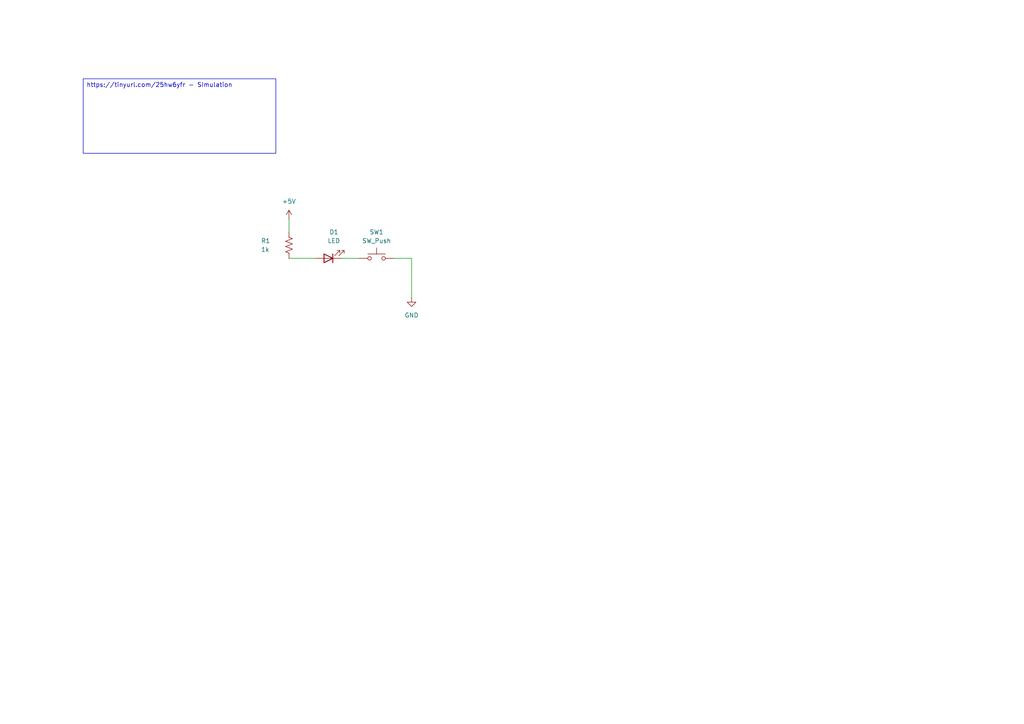
<source format=kicad_sch>
(kicad_sch (version 20250114) (generator "eeschema") (generator_version "9.0")
  (paper "A4")
  (lib_symbols
    (symbol "Device:LED" (pin_numbers (hide yes)) (pin_names (offset 1.016) (hide yes))
      (property "Reference" "D" (at 0 2.54 0))
      (property "Value" "LED" (at 0 -2.54 0))
      (symbol "LED_0_1"
        (polyline (pts (xy -3.048 -0.762) (xy -4.572 -2.286) (xy -3.81 -2.286) (xy -4.572 -2.286) (xy -4.572 -1.524)))
        (polyline (pts (xy -1.778 -0.762) (xy -3.302 -2.286) (xy -2.54 -2.286) (xy -3.302 -2.286) (xy -3.302 -1.524)))
        (polyline (pts (xy -1.27 0) (xy 1.27 0)))
        (polyline (pts (xy -1.27 -1.27) (xy -1.27 1.27)) (stroke (width 0.254)))
        (polyline (pts (xy 1.27 -1.27) (xy 1.27 1.27) (xy -1.27 0) (xy 1.27 -1.27)) (stroke (width 0.254)))
      )
      (symbol "LED_1_1"
        (pin passive line (at -3.81 0 0) (length 2.54) (name "K") (number "1"))
        (pin passive line (at 3.81 0 180) (length 2.54) (name "A") (number "2"))
      )
    )
    (symbol "Device:R_US" (pin_numbers (hide yes)) (pin_names (offset 0))
      (property "Reference" "R" (at 2.54 0 90))
      (property "Value" "R_US" (at -2.54 0 90))
      (symbol "R_US_0_1"
        (polyline (pts (xy 0 2.286) (xy 0 2.54)))
        (polyline (pts (xy 0 2.286) (xy 1.016 1.905) (xy 0 1.524) (xy -1.016 1.143) (xy 0 0.762)))
        (polyline (pts (xy 0 0.762) (xy 1.016 0.381) (xy 0 0) (xy -1.016 -0.381) (xy 0 -0.762)))
        (polyline (pts (xy 0 -0.762) (xy 1.016 -1.143) (xy 0 -1.524) (xy -1.016 -1.905) (xy 0 -2.286)))
        (polyline (pts (xy 0 -2.286) (xy 0 -2.54)))
      )
      (symbol "R_US_1_1"
        (pin passive line (at 0 3.81 270) (length 1.27) (name "~") (number "1"))
        (pin passive line (at 0 -3.81 90) (length 1.27) (name "~") (number "2"))
      )
    )
    (symbol "Switch:SW_Push" (pin_numbers (hide yes)) (pin_names (offset 1.016) (hide yes))
      (property "Reference" "SW" (at 1.27 2.54 0))
      (property "Value" "SW_Push" (at 0 -1.524 0))
      (symbol "SW_Push_0_1"
        (circle (center -2.032 0) (radius 0.508))
        (polyline (pts (xy 0 1.27) (xy 0 3.048)))
        (circle (center 2.032 0) (radius 0.508))
        (polyline (pts (xy 2.54 1.27) (xy -2.54 1.27)))
        (pin passive line (at -5.08 0 0) (length 2.54) (name "1") (number "1"))
        (pin passive line (at 5.08 0 180) (length 2.54) (name "2") (number "2"))
      )
    )
    (symbol "power:+5V" (power) (pin_numbers (hide yes)) (pin_names (offset 0) (hide yes))
      (property "Value" "+5V" (at 0 3.556 0))
      (symbol "+5V_0_1"
        (polyline (pts (xy -0.762 1.27) (xy 0 2.54)))
        (polyline (pts (xy 0 2.54) (xy 0.762 1.27)))
        (polyline (pts (xy 0 0) (xy 0 2.54)))
      )
      (symbol "+5V_1_1"
        (pin power_in line (at 0 0 90) (length 0) (name "~") (number "1"))
      )
    )
    (symbol "power:GND" (power) (pin_numbers (hide yes)) (pin_names (offset 0) (hide yes))
      (property "Value" "GND" (at 0 -3.81 0))
      (symbol "GND_0_1"
        (polyline (pts (xy 0 0) (xy 0 -1.27) (xy 1.27 -1.27) (xy 0 -2.54) (xy -1.27 -1.27) (xy 0 -1.27)))
      )
      (symbol "GND_1_1"
        (pin power_in line (at 0 0 270) (length 0) (name "~") (number "1"))
      )
    )
  )
  (text_box "https://tinyurl.com/25hw6yfr - SImulation" (at 24.13 22.86 0) (size 55.88 21.59) (margins 0.9525 0.9525 0.9525 0.9525) (effects (font (size 1.27 1.27)) (justify left top)))
  (wire (pts (xy 99.06 74.93) (xy 104.14 74.93)))
  (wire (pts (xy 83.82 63.5) (xy 83.82 67.31)))
  (wire (pts (xy 83.82 74.93) (xy 91.44 74.93)))
  (wire (pts (xy 119.38 74.93) (xy 119.38 86.36)))
  (wire (pts (xy 114.3 74.93) (xy 119.38 74.93)))
  (symbol (lib_id "Device:R_US") (at 83.82 71.12 0) (unit 1)
    (property "Reference" "R1" (at 75.692 69.85 0) (effects (justify left)))
    (property "Value" "1k" (at 75.692 72.39 0) (effects (justify left)))
    (property "Footprint" "Resistor_THT:R_Axial_DIN0207_L6.3mm_D2.5mm_P7.62mm_Horizontal" (effects (hide yes)))
    (property "Datasheet" "https://www.seielect.com/catalog/sei-cf_cfm.pdf" (effects (hide yes)))
    (property "Description" "Resistor, US symbol" (effects (hide yes)))
  )
  (symbol (lib_id "power:+5V") (at 83.82 63.5 0) (unit 1)
    (property "Reference" "#PWR02" (effects (hide yes)))
    (property "Value" "+5V" (at 83.82 58.42 0))
    (property "Description" "Power symbol creates a global label with name \"+5V\"" (effects (hide yes)))
  )
  (symbol (lib_id "Switch:SW_Push") (at 109.22 74.93 0) (unit 1)
    (property "Reference" "SW1" (at 109.22 67.31 0))
    (property "Value" "SW_Push" (at 109.22 69.85 0))
    (property "Footprint" "Button_Switch_THT:SW_TH_Tactile_Omron_B3F-10xx" (effects (hide yes)))
    (property "Datasheet" "https://omronfs.omron.com/en_US/ecb/products/pdf/en-b3f.pdf" (effects (hide yes)))
    (property "Description" "Push button switch, generic, two pins" (effects (hide yes)))
  )
  (symbol (lib_id "Device:LED") (at 95.25 74.93 180) (unit 1)
    (property "Reference" "D1" (at 96.8375 67.31 0))
    (property "Value" "LED" (at 96.8375 69.85 0))
    (property "Footprint" "LED_THT:LED_D5.0mm" (effects (hide yes)))
    (property "Datasheet" "https://mm.digikey.com/Volume0/opasdata/d220001/medias/docus/4128/HLMP-D%2CK.pdf" (effects (hide yes)))
    (property "Description" "Light emitting diode" (effects (hide yes)))
    (property "Sim.Pins" "1=K 2=A" (effects (hide yes)))
  )
  (symbol (lib_id "power:GND") (at 119.38 86.36 0) (unit 1)
    (property "Reference" "#PWR01" (effects (hide yes)))
    (property "Value" "GND" (at 119.38 91.44 0))
    (property "Description" "Power symbol creates a global label with name \"GND\" , ground" (effects (hide yes)))
  )
)
</source>
